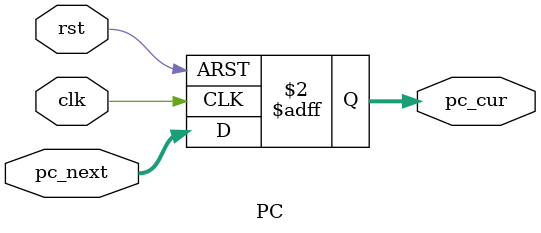
<source format=v>
module PC(
    input rst,
    input clk,

    input [31:0] pc_next,
    output [31:0] pc_cur
);
    always @(posedge clk or posedge rst) begin
        if(rst) begin
            pc_cur <= 32'h2ffc;
        end
        else begin
            pc_cur <= pc_next;
        end
    end
endmodule
</source>
